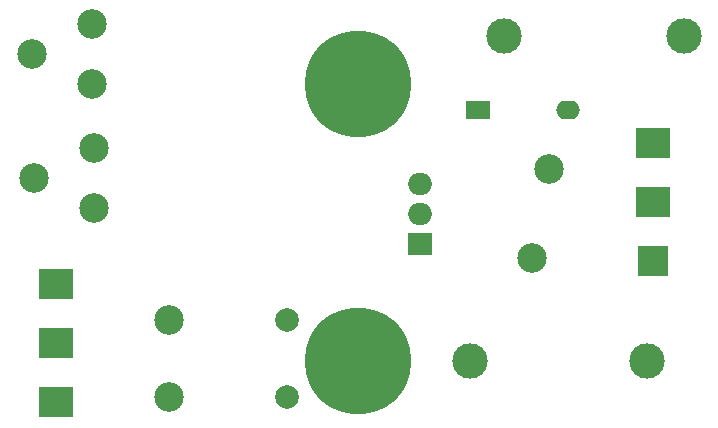
<source format=gbs>
%TF.GenerationSoftware,KiCad,Pcbnew,8.0.5*%
%TF.CreationDate,2024-11-11T20:50:25-03:00*%
%TF.ProjectId,Dimmer  PHD Equipamentos,44696d6d-6572-4202-9050-484420457175,rev?*%
%TF.SameCoordinates,Original*%
%TF.FileFunction,Soldermask,Bot*%
%TF.FilePolarity,Negative*%
%FSLAX46Y46*%
G04 Gerber Fmt 4.6, Leading zero omitted, Abs format (unit mm)*
G04 Created by KiCad (PCBNEW 8.0.5) date 2024-11-11 20:50:25*
%MOMM*%
%LPD*%
G01*
G04 APERTURE LIST*
%ADD10C,2.500000*%
%ADD11C,2.000000*%
%ADD12C,3.000000*%
%ADD13R,3.000000X2.600000*%
%ADD14R,2.600000X2.600000*%
%ADD15C,9.000000*%
%ADD16R,2.000000X1.600000*%
%ADD17O,2.000000X1.600000*%
%ADD18R,2.000000X1.905000*%
%ADD19O,2.000000X1.905000*%
G04 APERTURE END LIST*
D10*
%TO.C,C1*%
X133000000Y-108000000D03*
D11*
X143000000Y-108000000D03*
%TD*%
D12*
%TO.C,R3*%
X161380000Y-84000000D03*
X176620000Y-84000000D03*
%TD*%
D10*
%TO.C,VARISTOR1*%
X163800000Y-102750000D03*
X165200000Y-95250000D03*
%TD*%
%TO.C,MINIMO*%
X126500000Y-83000000D03*
X121420000Y-85540000D03*
X126500000Y-88080000D03*
%TD*%
D13*
%TO.C,J1*%
X174000000Y-93000000D03*
X174000000Y-98000000D03*
D14*
X174000000Y-103000000D03*
%TD*%
D10*
%TO.C,MAXIMO*%
X126655000Y-93460000D03*
X121575000Y-96000000D03*
X126655000Y-98540000D03*
%TD*%
D15*
%TO.C,*%
X149000000Y-111500000D03*
%TD*%
D10*
%TO.C,C2*%
X133000000Y-114500000D03*
D11*
X143000000Y-114500000D03*
%TD*%
D12*
%TO.C,CSP1*%
X158500000Y-111500000D03*
X173500000Y-111500000D03*
%TD*%
D13*
%TO.C,J2*%
X123500000Y-105000000D03*
X123500000Y-110000000D03*
X123500000Y-115000000D03*
%TD*%
D16*
%TO.C,D1*%
X159190000Y-90250000D03*
D17*
X166810000Y-90250000D03*
%TD*%
D15*
%TO.C,*%
X149000000Y-88000000D03*
%TD*%
D18*
%TO.C,Q1*%
X154250000Y-101580000D03*
D19*
X154250000Y-99040000D03*
X154250000Y-96500000D03*
%TD*%
M02*

</source>
